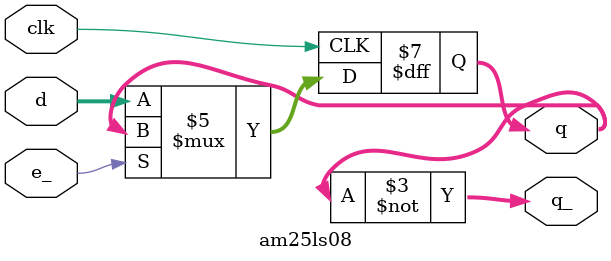
<source format=v>


// am25ls08 is WIDTH=4

`timescale 1ns / 100ps

module am25ls08(d, q, q_, clk, e_);
parameter WIDTH = 4;
input [WIDTH-1:0] d;
output [WIDTH-1:0] q;
output [WIDTH-1:0] q_;
input clk;
input e_;

reg [WIDTH-1:0] q;

always @(posedge clk)
begin
	if (e_ == 1'b0) begin
		q = d;
	end
end

assign q_ = ~q;

endmodule

</source>
